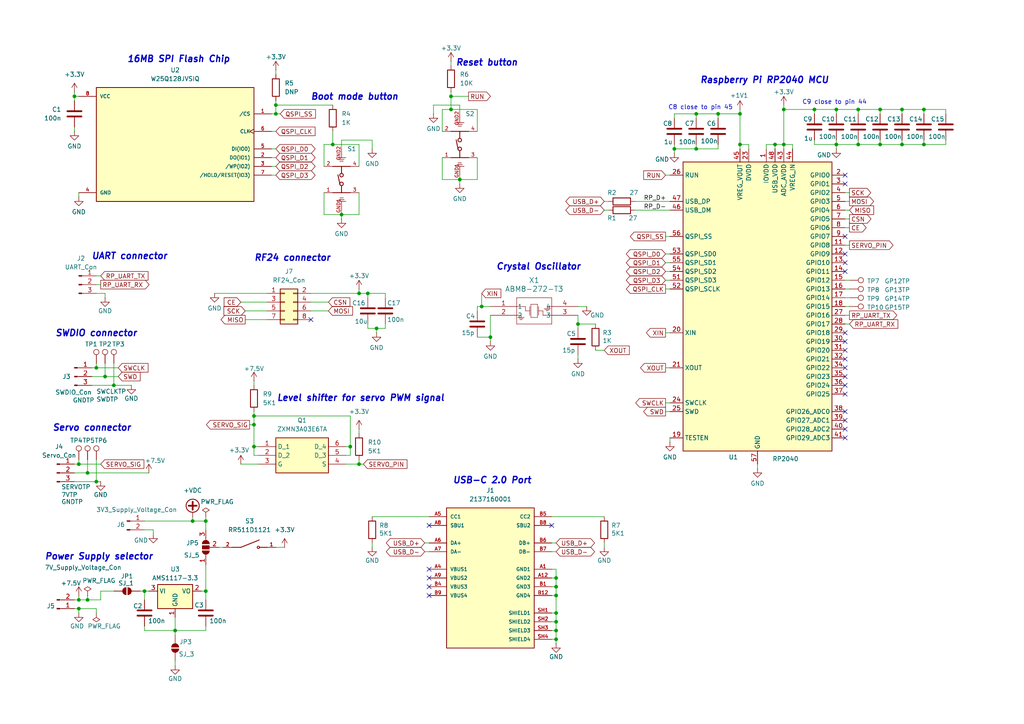
<source format=kicad_sch>
(kicad_sch (version 20231120) (generator "eeschema") (generator_version "8.0")
  (paper "A4")
  (title_block (title "SPROJ3G2 - Receiver Logic PCB") (date "2024-11-11") (rev "1.1") (company "SDU Sonderborg") (comment 1 "Author: Bence Toth"))
  (lib_symbols
    (symbol "Connector:Conn_01x02_Pin" (pin_names (offset 1.016) hide)
      (property "Reference" "J" (at 0 2.54 0))
      (property "Value" "Conn_01x02_Pin" (at 0 -5.08 0))
      (symbol "Conn_01x02_Pin_1_1"
        (pin passive line (at 5.08 0 180) (length 3.81) (name "Pin_1") (number "1"))
        (pin passive line (at 5.08 -2.54 180) (length 3.81) (name "Pin_2") (number "2"))
      )
    )
    (symbol "Connector:Conn_01x03_Pin" (pin_names (offset 1.016) hide)
      (property "Reference" "J" (at 0 5.08 0))
      (property "Value" "Conn_01x03_Pin" (at 0 -5.08 0))
      (symbol "Conn_01x03_Pin_1_1"
        (pin passive line (at 5.08 2.54 180) (length 3.81) (name "Pin_1") (number "1"))
        (pin passive line (at 5.08 0 180) (length 3.81) (name "Pin_2") (number "2"))
        (pin passive line (at 5.08 -2.54 180) (length 3.81) (name "Pin_3") (number "3"))
      )
    )
    (symbol "Connector:TestPoint" (pin_numbers hide) (pin_names (offset 0.762) hide)
      (property "Reference" "TP" (at 0 6.858 0))
      (property "Value" "TestPoint" (at 0 5.08 0))
      (symbol "TestPoint_1_1"
        (pin passive line (at 0 0 90) (length 2.54) (name "1") (number "1"))
      )
    )
    (symbol "Connector_Generic:Conn_02x04_Odd_Even" (pin_names (offset 1.016) hide)
      (property "Reference" "J" (at 1.27 5.08 0))
      (property "Value" "Conn_02x04_Odd_Even" (at 1.27 -7.62 0))
      (symbol "Conn_02x04_Odd_Even_1_1"
        (pin passive line (at -5.08 2.54 0) (length 3.81) (name "Pin_1") (number "1"))
        (pin passive line (at 7.62 2.54 180) (length 3.81) (name "Pin_2") (number "2"))
        (pin passive line (at -5.08 0 0) (length 3.81) (name "Pin_3") (number "3"))
        (pin passive line (at 7.62 0 180) (length 3.81) (name "Pin_4") (number "4"))
        (pin passive line (at -5.08 -2.54 0) (length 3.81) (name "Pin_5") (number "5"))
        (pin passive line (at 7.62 -2.54 180) (length 3.81) (name "Pin_6") (number "6"))
        (pin passive line (at -5.08 -5.08 0) (length 3.81) (name "Pin_7") (number "7"))
        (pin passive line (at 7.62 -5.08 180) (length 3.81) (name "Pin_8") (number "8"))
      )
    )
    (symbol "Crystal_12MHz:ABM8-272-T3" (pin_names (offset 0.254))
      (property "Reference" "X" (at 12.7 7.62 0))
      (property "Value" "ABM8-272-T3" (at 12.7 5.08 0))
      (symbol "ABM8-272-T3_0_1"
        (pin unspecified line (at 0 0 0) (length 7.62) (name "1") (number "1"))
        (pin unspecified line (at 0 -2.54 0) (length 7.62) (name "2") (number "2"))
        (pin unspecified line (at 25.4 -2.54 180) (length 7.62) (name "3") (number "3"))
        (pin unspecified line (at 25.4 0 180) (length 7.62) (name "4") (number "4"))
      )
    )
    (symbol "Device:C" (pin_numbers hide) (pin_names (offset 0.254))
      (property "Reference" "C" (at 0.635 2.54 0))
      (property "Value" "C" (at 0.635 -2.54 0))
      (symbol "C_1_1"
        (pin passive line (at 0 3.81 270) (length 2.794) (name "~") (number "1"))
        (pin passive line (at 0 -3.81 90) (length 2.794) (name "~") (number "2"))
      )
    )
    (symbol "Device:R" (pin_numbers hide) (pin_names (offset 0))
      (property "Reference" "R" (at 2.032 0 90))
      (property "Value" "R" (at 0 0 90))
      (symbol "R_1_1"
        (pin passive line (at 0 3.81 270) (length 1.27) (name "~") (number "1"))
        (pin passive line (at 0 -3.81 90) (length 1.27) (name "~") (number "2"))
      )
    )
    (symbol "Jumper:SolderJumper_2_Open" (pin_numbers hide) (pin_names (offset 0) hide) (exclude_from_sim yes) (in_bom no)
      (property "Reference" "JP" (at 0 2.032 0))
      (property "Value" "SolderJumper_2_Open" (at 0 -2.54 0))
      (symbol "SolderJumper_2_Open_1_1"
        (pin passive line (at -3.81 0 0) (length 2.54) (name "A") (number "1"))
        (pin passive line (at 3.81 0 180) (length 2.54) (name "B") (number "2"))
      )
    )
    (symbol "Jumper:SolderJumper_3_Open" (pin_names (offset 0) hide) (exclude_from_sim yes) (in_bom no)
      (property "Reference" "JP" (at -2.54 -2.54 0))
      (property "Value" "SolderJumper_3_Open" (at 0 2.794 0))
      (symbol "SolderJumper_3_Open_1_1"
        (pin passive line (at -5.08 0 0) (length 2.54) (name "A") (number "1"))
        (pin passive line (at 0 -3.81 90) (length 2.54) (name "C") (number "2"))
        (pin passive line (at 5.08 0 180) (length 2.54) (name "B") (number "3"))
      )
    )
    (symbol "MCU_RaspberryPi:RP2040"
      (property "Reference" "U" (at 17.78 45.72 0))
      (property "Value" "RP2040" (at 17.78 43.18 0))
      (symbol "RP2040_1_1"
        (pin power_in line (at 2.54 45.72 270) (length 3.81) (name "IOVDD") (number "1"))
        (pin passive line (at 2.54 45.72 270) (length 3.81) hide (name "IOVDD") (number "10"))
        (pin bidirectional line (at 25.4 17.78 180) (length 3.81) (name "GPIO8") (number "11"))
        (pin bidirectional line (at 25.4 15.24 180) (length 3.81) (name "GPIO9") (number "12"))
        (pin bidirectional line (at 25.4 12.7 180) (length 3.81) (name "GPIO10") (number "13"))
        (pin bidirectional line (at 25.4 10.16 180) (length 3.81) (name "GPIO11") (number "14"))
        (pin bidirectional line (at 25.4 7.62 180) (length 3.81) (name "GPIO12") (number "15"))
        (pin bidirectional line (at 25.4 5.08 180) (length 3.81) (name "GPIO13") (number "16"))
        (pin bidirectional line (at 25.4 2.54 180) (length 3.81) (name "GPIO14") (number "17"))
        (pin bidirectional line (at 25.4 0 180) (length 3.81) (name "GPIO15") (number "18"))
        (pin input line (at -25.4 -38.1 0) (length 3.81) (name "TESTEN") (number "19"))
        (pin bidirectional line (at 25.4 38.1 180) (length 3.81) (name "GPIO0") (number "2"))
        (pin input line (at -25.4 -7.62 0) (length 3.81) (name "XIN") (number "20"))
        (pin passive line (at -25.4 -17.78 0) (length 3.81) (name "XOUT") (number "21"))
        (pin passive line (at 2.54 45.72 270) (length 3.81) hide (name "IOVDD") (number "22"))
        (pin power_in line (at -2.54 45.72 270) (length 3.81) (name "DVDD") (number "23"))
        (pin input line (at -25.4 -27.94 0) (length 3.81) (name "SWCLK") (number "24"))
        (pin bidirectional line (at -25.4 -30.48 0) (length 3.81) (name "SWD") (number "25"))
        (pin input line (at -25.4 38.1 0) (length 3.81) (name "RUN") (number "26"))
        (pin bidirectional line (at 25.4 -2.54 180) (length 3.81) (name "GPIO16") (number "27"))
        (pin bidirectional line (at 25.4 -5.08 180) (length 3.81) (name "GPIO17") (number "28"))
        (pin bidirectional line (at 25.4 -7.62 180) (length 3.81) (name "GPIO18") (number "29"))
        (pin bidirectional line (at 25.4 35.56 180) (length 3.81) (name "GPIO1") (number "3"))
        (pin bidirectional line (at 25.4 -10.16 180) (length 3.81) (name "GPIO19") (number "30"))
        (pin bidirectional line (at 25.4 -12.7 180) (length 3.81) (name "GPIO20") (number "31"))
        (pin bidirectional line (at 25.4 -15.24 180) (length 3.81) (name "GPIO21") (number "32"))
        (pin passive line (at 2.54 45.72 270) (length 3.81) hide (name "IOVDD") (number "33"))
        (pin bidirectional line (at 25.4 -17.78 180) (length 3.81) (name "GPIO22") (number "34"))
        (pin bidirectional line (at 25.4 -20.32 180) (length 3.81) (name "GPIO23") (number "35"))
        (pin bidirectional line (at 25.4 -22.86 180) (length 3.81) (name "GPIO24") (number "36"))
        (pin bidirectional line (at 25.4 -25.4 180) (length 3.81) (name "GPIO25") (number "37"))
        (pin bidirectional line (at 25.4 -30.48 180) (length 3.81) (name "GPIO26_ADC0") (number "38"))
        (pin bidirectional line (at 25.4 -33.02 180) (length 3.81) (name "GPIO27_ADC1") (number "39"))
        (pin bidirectional line (at 25.4 33.02 180) (length 3.81) (name "GPIO2") (number "4"))
        (pin bidirectional line (at 25.4 -35.56 180) (length 3.81) (name "GPIO28_ADC2") (number "40"))
        (pin bidirectional line (at 25.4 -38.1 180) (length 3.81) (name "GPIO29_ADC3") (number "41"))
        (pin passive line (at 2.54 45.72 270) (length 3.81) hide (name "IOVDD") (number "42"))
        (pin power_in line (at 7.62 45.72 270) (length 3.81) (name "ADC_AVDD") (number "43"))
        (pin power_in line (at 10.16 45.72 270) (length 3.81) (name "VREG_IN") (number "44"))
        (pin power_out line (at -5.08 45.72 270) (length 3.81) (name "VREG_VOUT") (number "45"))
        (pin bidirectional line (at -25.4 27.94 0) (length 3.81) (name "USB_DM") (number "46"))
        (pin bidirectional line (at -25.4 30.48 0) (length 3.81) (name "USB_DP") (number "47"))
        (pin power_in line (at 5.08 45.72 270) (length 3.81) (name "USB_VDD") (number "48"))
        (pin passive line (at 2.54 45.72 270) (length 3.81) hide (name "IOVDD") (number "49"))
        (pin bidirectional line (at 25.4 30.48 180) (length 3.81) (name "GPIO3") (number "5"))
        (pin passive line (at -2.54 45.72 270) (length 3.81) hide (name "DVDD") (number "50"))
        (pin bidirectional line (at -25.4 7.62 0) (length 3.81) (name "QSPI_SD3") (number "51"))
        (pin output line (at -25.4 5.08 0) (length 3.81) (name "QSPI_SCLK") (number "52"))
        (pin bidirectional line (at -25.4 15.24 0) (length 3.81) (name "QSPI_SD0") (number "53"))
        (pin bidirectional line (at -25.4 10.16 0) (length 3.81) (name "QSPI_SD2") (number "54"))
        (pin bidirectional line (at -25.4 12.7 0) (length 3.81) (name "QSPI_SD1") (number "55"))
        (pin bidirectional line (at -25.4 20.32 0) (length 3.81) (name "QSPI_SS") (number "56"))
        (pin power_in line (at 0 -45.72 90) (length 3.81) (name "GND") (number "57"))
        (pin bidirectional line (at 25.4 27.94 180) (length 3.81) (name "GPIO4") (number "6"))
        (pin bidirectional line (at 25.4 25.4 180) (length 3.81) (name "GPIO5") (number "7"))
        (pin bidirectional line (at 25.4 22.86 180) (length 3.81) (name "GPIO6") (number "8"))
        (pin bidirectional line (at 25.4 20.32 180) (length 3.81) (name "GPIO7") (number "9"))
      )
    )
    (symbol "NMOS_ZXMN3A03E6TA:ZXMN3A03E6TA"
      (property "Reference" "Q" (at 21.59 7.62 0))
      (property "Value" "ZXMN3A03E6TA" (at 21.59 5.08 0))
      (symbol "ZXMN3A03E6TA_1_1"
        (pin passive line (at 0 0 0) (length 5.08) (name "D_1") (number "1"))
        (pin passive line (at 0 -2.54 0) (length 5.08) (name "D_2") (number "2"))
        (pin passive line (at 0 -5.08 0) (length 5.08) (name "G") (number "3"))
        (pin passive line (at 25.4 -5.08 180) (length 5.08) (name "S") (number "4"))
        (pin passive line (at 25.4 -2.54 180) (length 5.08) (name "D_3") (number "5"))
        (pin passive line (at 25.4 0 180) (length 5.08) (name "D_4") (number "6"))
      )
    )
    (symbol "Regulator_Linear:AMS1117-3.3"
      (property "Reference" "U" (at -3.81 3.175 0))
      (property "Value" "AMS1117-3.3" (at 0 3.175 0))
      (symbol "AMS1117-3.3_1_1"
        (pin power_in line (at 0 -7.62 90) (length 2.54) (name "GND") (number "1"))
        (pin power_out line (at 7.62 0 180) (length 2.54) (name "VO") (number "2"))
        (pin power_in line (at -7.62 0 0) (length 2.54) (name "VI") (number "3"))
      )
    )
    (symbol "SPI_Flash_W25Q128JVSIQ:W25Q128JVSIQ" (pin_names (offset 1.016))
      (property "Reference" "U" (at -22.86 16.002 0))
      (property "Value" "W25Q128JVSIQ" (at -22.86 -20.32 0))
      (symbol "W25Q128JVSIQ_0_0"
        (pin input line (at -27.94 7.62 0) (length 5.08) (name "/CS") (number "1"))
        (pin bidirectional line (at -27.94 -5.08 0) (length 5.08) (name "DO(IO1)") (number "2"))
        (pin bidirectional line (at -27.94 -7.62 0) (length 5.08) (name "/WP(IO2)") (number "3"))
        (pin power_in line (at 27.94 -15.24 180) (length 5.08) (name "GND") (number "4"))
        (pin bidirectional line (at -27.94 -2.54 0) (length 5.08) (name "DI(IO0)") (number "5"))
        (pin input clock (at -27.94 2.54 0) (length 5.08) (name "CLK") (number "6"))
        (pin bidirectional line (at -27.94 -10.16 0) (length 5.08) (name "/HOLD/RESET(IO3)") (number "7"))
        (pin power_in line (at 27.94 12.7 180) (length 5.08) (name "VCC") (number "8"))
      )
    )
    (symbol "Switch_431183015816:431183015816" (pin_names (offset 1.016))
      (property "Reference" "S" (at 5.08 1.778 0))
      (symbol "431183015816_0_0"
        (pin passive line (at -5.08 -2.54 0) (length 2.54) (name "~") (number "1"))
        (pin passive line (at -5.08 5.08 0) (length 2.54) (name "~") (number "2"))
        (pin passive line (at 5.08 -2.54 180) (length 2.54) (name "~") (number "3"))
        (pin passive line (at 5.08 5.08 180) (length 2.54) (name "~") (number "4"))
        (pin passive line (at 0 -7.62 90) (length 2.54) (name "~") (number "GND1"))
        (pin passive line (at 0 10.16 270) (length 2.54) (name "~") (number "GND2"))
      )
    )
    (symbol "Switch_RR511D1121:RR511D1121" (pin_names (offset 1.016))
      (property "Reference" "S" (at -2.54 2.54 0))
      (property "Value" "RR511D1121" (at -2.54 -2.54 0))
      (symbol "RR511D1121_0_0"
        (pin passive line (at 7.62 0 180) (length 2.54) (name "~") (number "1"))
        (pin passive line (at -7.62 0 0) (length 2.54) (name "~") (number "2"))
      )
    )
    (symbol "USB_C_Port_213716-0001:2137160001" (pin_names (offset 1.016))
      (property "Reference" "J" (at -12.7 20.9042 0))
      (property "Value" "2137160001" (at -12.7 -22.86 0))
      (symbol "2137160001_0_0"
        (pin power_in line (at 17.78 2.54 180) (length 5.08) (name "GND1") (number "A1"))
        (pin power_in line (at 17.78 0 180) (length 5.08) (name "GND2") (number "A12"))
        (pin power_in line (at -17.78 2.54 0) (length 5.08) (name "VBUS1") (number "A4"))
        (pin bidirectional line (at -17.78 17.78 0) (length 5.08) (name "CC1") (number "A5"))
        (pin bidirectional line (at -17.78 10.16 0) (length 5.08) (name "DA+") (number "A6"))
        (pin bidirectional line (at -17.78 7.62 0) (length 5.08) (name "DA-") (number "A7"))
        (pin bidirectional line (at -17.78 15.24 0) (length 5.08) (name "SBU1") (number "A8"))
        (pin power_in line (at -17.78 0 0) (length 5.08) (name "VBUS2") (number "A9"))
        (pin power_in line (at 17.78 -2.54 180) (length 5.08) (name "GND3") (number "B1"))
        (pin power_in line (at 17.78 -5.08 180) (length 5.08) (name "GND4") (number "B12"))
        (pin power_in line (at -17.78 -2.54 0) (length 5.08) (name "VBUS3") (number "B4"))
        (pin bidirectional line (at 17.78 17.78 180) (length 5.08) (name "CC2") (number "B5"))
        (pin bidirectional line (at 17.78 10.16 180) (length 5.08) (name "DB+") (number "B6"))
        (pin bidirectional line (at 17.78 7.62 180) (length 5.08) (name "DB-") (number "B7"))
        (pin bidirectional line (at 17.78 15.24 180) (length 5.08) (name "SBU2") (number "B8"))
        (pin power_in line (at -17.78 -5.08 0) (length 5.08) (name "VBUS4") (number "B9"))
        (pin passive line (at 17.78 -10.16 180) (length 5.08) (name "SHIELD1") (number "SH1"))
        (pin passive line (at 17.78 -12.7 180) (length 5.08) (name "SHIELD2") (number "SH2"))
        (pin passive line (at 17.78 -15.24 180) (length 5.08) (name "SHIELD3") (number "SH3"))
        (pin passive line (at 17.78 -17.78 180) (length 5.08) (name "SHIELD4") (number "SH4"))
      )
    )
    (symbol "power:+1V1" (power) (pin_numbers hide) (pin_names (offset 0) hide)
      (property "Value" "+1V1" (at 0 3.556 0))
      (symbol "+1V1_1_1"
        (pin power_in line (at 0 0 90) (length 0) (name "~") (number "1"))
      )
    )
    (symbol "power:+3.3V" (power) (pin_numbers hide) (pin_names (offset 0) hide)
      (property "Value" "+3.3V" (at 0 3.556 0))
      (symbol "+3.3V_1_1"
        (pin power_in line (at 0 0 90) (length 0) (name "~") (number "1"))
      )
    )
    (symbol "power:+7.5V" (power) (pin_numbers hide) (pin_names (offset 0) hide)
      (property "Value" "+7.5V" (at 0 3.556 0))
      (symbol "+7.5V_1_1"
        (pin power_in line (at 0 0 90) (length 0) (name "~") (number "1"))
      )
    )
    (symbol "power:+VDC" (power) (pin_numbers hide) (pin_names (offset 0) hide)
      (property "Value" "+VDC" (at 0 6.35 0))
      (symbol "+VDC_1_1"
        (pin power_in line (at 0 0 90) (length 0) (name "~") (number "1"))
      )
    )
    (symbol "power:GND" (power) (pin_numbers hide) (pin_names (offset 0) hide)
      (property "Value" "GND" (at 0 -3.81 0))
      (symbol "GND_1_1"
        (pin power_in line (at 0 0 270) (length 0) (name "~") (number "1"))
      )
    )
    (symbol "power:PWR_FLAG" (power) (pin_numbers hide) (pin_names (offset 0) hide)
      (property "Value" "PWR_FLAG" (at 0 3.81 0))
      (symbol "PWR_FLAG_0_0"
        (pin power_out line (at 0 0 90) (length 0) (name "~") (number "1"))
      )
    )
  )
  (junction (at 195.58 43.18))
  (junction (at 73.66 120.65))
  (junction (at 101.6 129.54))
  (junction (at 214.63 33.02))
  (junction (at 50.8 182.88))
  (junction (at 41.91 171.45))
  (junction (at 161.29 185.42))
  (junction (at 161.29 172.72))
  (junction (at 59.69 151.13))
  (junction (at 133.35 52.07))
  (junction (at 30.48 109.22))
  (junction (at 73.66 129.54))
  (junction (at 22.86 176.53))
  (junction (at 161.29 167.64))
  (junction (at 248.92 41.91))
  (junction (at 55.88 151.13))
  (junction (at 73.66 123.19))
  (junction (at 255.27 41.91))
  (junction (at 27.94 106.68))
  (junction (at 161.29 182.88))
  (junction (at 236.22 31.75))
  (junction (at 227.33 31.75))
  (junction (at 267.97 41.91))
  (junction (at 33.02 111.76))
  (junction (at 22.86 134.62))
  (junction (at 25.4 173.99))
  (junction (at 27.94 139.7))
  (junction (at 214.63 41.91))
  (junction (at 104.14 134.62))
  (junction (at 99.06 62.23))
  (junction (at 255.27 31.75))
  (junction (at 109.22 95.25))
  (junction (at 161.29 177.8))
  (junction (at 227.33 41.91))
  (junction (at 22.86 173.99))
  (junction (at 161.29 180.34))
  (junction (at 208.28 33.02))
  (junction (at 106.68 85.09))
  (junction (at 25.4 137.16))
  (junction (at 261.62 31.75))
  (junction (at 261.62 41.91))
  (junction (at 201.93 33.02))
  (junction (at 21.59 27.94))
  (junction (at 167.64 93.98))
  (junction (at 139.7 88.9))
  (junction (at 130.81 31.75))
  (junction (at 248.92 31.75))
  (junction (at 104.14 85.09))
  (junction (at 130.81 27.94))
  (junction (at 80.01 33.02))
  (junction (at 267.97 31.75))
  (junction (at 161.29 170.18))
  (junction (at 142.24 97.79))
  (junction (at 224.79 41.91))
  (junction (at 59.69 171.45))
  (junction (at 242.57 41.91))
  (junction (at 242.57 31.75))
  (junction (at 80.01 30.48))
  (junction (at 201.93 43.18))
  (junction (at 96.52 41.91))
  (no_connect (at 245.11 114.3))
  (no_connect (at 245.11 111.76))
  (no_connect (at 245.11 76.2))
  (no_connect (at 160.02 152.4))
  (no_connect (at 90.17 92.71))
  (no_connect (at 245.11 104.14))
  (no_connect (at 245.11 68.58))
  (no_connect (at 245.11 109.22))
  (no_connect (at 245.11 50.8))
  (no_connect (at 245.11 119.38))
  (no_connect (at 245.11 121.92))
  (no_connect (at 124.46 165.1))
  (no_connect (at 245.11 78.74))
  (no_connect (at 245.11 101.6))
  (no_connect (at 245.11 99.06))
  (no_connect (at 245.11 73.66))
  (no_connect (at 124.46 170.18))
  (no_connect (at 245.11 106.68))
  (no_connect (at 124.46 167.64))
  (no_connect (at 245.11 127))
  (no_connect (at 124.46 152.4))
  (no_connect (at 245.11 53.34))
  (no_connect (at 245.11 96.52))
  (no_connect (at 245.11 124.46))
  (no_connect (at 124.46 172.72))
  (wire (pts (xy 73.66 110.49) (xy 73.66 111.76)))
  (wire (pts (xy 167.64 88.9) (xy 170.18 88.9)))
  (wire (pts (xy 193.04 68.58) (xy 194.31 68.58)))
  (wire (pts (xy 245.11 55.88) (xy 246.38 55.88)))
  (wire (pts (xy 130.81 26.67) (xy 130.81 27.94)))
  (wire (pts (xy 201.93 33.02) (xy 208.28 33.02)))
  (wire (pts (xy 201.93 41.91) (xy 201.93 43.18)))
  (wire (pts (xy 33.02 105.41) (xy 33.02 111.76)))
  (wire (pts (xy 248.92 31.75) (xy 248.92 33.02)))
  (wire (pts (xy 193.04 73.66) (xy 194.31 73.66)))
  (wire (pts (xy 267.97 31.75) (xy 267.97 33.02)))
  (wire (pts (xy 130.81 27.94) (xy 130.81 31.75)))
  (wire (pts (xy 138.43 38.1) (xy 138.43 31.75)))
  (wire (pts (xy 130.81 31.75) (xy 128.27 31.75)))
  (wire (pts (xy 160.02 185.42) (xy 161.29 185.42)))
  (wire (pts (xy 175.26 58.42) (xy 176.53 58.42)))
  (wire (pts (xy 255.27 40.64) (xy 255.27 41.91)))
  (wire (pts (xy 167.64 93.98) (xy 172.72 93.98)))
  (wire (pts (xy 73.66 120.65) (xy 101.6 120.65)))
  (wire (pts (xy 27.94 106.68) (xy 34.29 106.68)))
  (wire (pts (xy 99.06 62.23) (xy 99.06 63.5)))
  (wire (pts (xy 142.24 88.9) (xy 139.7 88.9)))
  (wire (pts (xy 106.68 85.09) (xy 111.76 85.09)))
  (wire (pts (xy 93.98 55.88) (xy 93.98 62.23)))
  (wire (pts (xy 43.18 171.45) (xy 41.91 171.45)))
  (wire (pts (xy 78.74 50.8) (xy 80.01 50.8)))
  (wire (pts (xy 100.33 132.08) (xy 101.6 132.08)))
  (wire (pts (xy 242.57 31.75) (xy 248.92 31.75)))
  (wire (pts (xy 261.62 41.91) (xy 267.97 41.91)))
  (wire (pts (xy 59.69 153.67) (xy 59.69 151.13)))
  (wire (pts (xy 21.59 137.16) (xy 25.4 137.16)))
  (wire (pts (xy 27.94 85.09) (xy 30.48 85.09)))
  (wire (pts (xy 101.6 120.65) (xy 101.6 129.54)))
  (wire (pts (xy 261.62 31.75) (xy 267.97 31.75)))
  (wire (pts (xy 255.27 31.75) (xy 261.62 31.75)))
  (wire (pts (xy 26.67 106.68) (xy 27.94 106.68)))
  (wire (pts (xy 62.23 85.09) (xy 77.47 85.09)))
  (wire (pts (xy 22.86 176.53) (xy 22.86 177.8)))
  (wire (pts (xy 245.11 81.28) (xy 246.38 81.28)))
  (wire (pts (xy 80.01 30.48) (xy 80.01 33.02)))
  (wire (pts (xy 104.14 133.35) (xy 104.14 134.62)))
  (wire (pts (xy 73.66 132.08) (xy 73.66 129.54)))
  (wire (pts (xy 161.29 185.42) (xy 161.29 186.69)))
  (wire (pts (xy 21.59 36.83) (xy 21.59 38.1)))
  (wire (pts (xy 195.58 43.18) (xy 195.58 44.45)))
  (wire (pts (xy 25.4 173.99) (xy 29.21 173.99)))
  (wire (pts (xy 27.94 105.41) (xy 27.94 106.68)))
  (wire (pts (xy 193.04 78.74) (xy 194.31 78.74)))
  (wire (pts (xy 96.52 41.91) (xy 93.98 41.91)))
  (wire (pts (xy 224.79 41.91) (xy 224.79 43.18)))
  (wire (pts (xy 214.63 41.91) (xy 217.17 41.91)))
  (wire (pts (xy 193.04 81.28) (xy 194.31 81.28)))
  (wire (pts (xy 160.02 149.86) (xy 175.26 149.86)))
  (wire (pts (xy 193.04 50.8) (xy 194.31 50.8)))
  (wire (pts (xy 245.11 71.12) (xy 246.38 71.12)))
  (wire (pts (xy 33.02 171.45) (xy 29.21 171.45)))
  (wire (pts (xy 160.02 157.48) (xy 161.29 157.48)))
  (wire (pts (xy 128.27 52.07) (xy 133.35 52.07)))
  (wire (pts (xy 160.02 170.18) (xy 161.29 170.18)))
  (wire (pts (xy 80.01 33.02) (xy 81.28 33.02)))
  (wire (pts (xy 71.12 92.71) (xy 77.47 92.71)))
  (wire (pts (xy 111.76 93.98) (xy 111.76 95.25)))
  (wire (pts (xy 255.27 31.75) (xy 255.27 33.02)))
  (wire (pts (xy 138.43 97.79) (xy 142.24 97.79)))
  (wire (pts (xy 193.04 83.82) (xy 194.31 83.82)))
  (wire (pts (xy 194.31 127) (xy 194.31 128.27)))
  (wire (pts (xy 25.4 172.72) (xy 25.4 173.99)))
  (wire (pts (xy 161.29 172.72) (xy 161.29 177.8)))
  (wire (pts (xy 59.69 181.61) (xy 59.69 182.88)))
  (wire (pts (xy 217.17 43.18) (xy 217.17 41.91)))
  (wire (pts (xy 160.02 172.72) (xy 161.29 172.72)))
  (wire (pts (xy 41.91 171.45) (xy 41.91 173.99)))
  (wire (pts (xy 21.59 139.7) (xy 27.94 139.7)))
  (wire (pts (xy 21.59 134.62) (xy 22.86 134.62)))
  (wire (pts (xy 90.17 90.17) (xy 95.25 90.17)))
  (wire (pts (xy 78.74 48.26) (xy 80.01 48.26)))
  (wire (pts (xy 107.95 157.48) (xy 107.95 158.75)))
  (wire (pts (xy 78.74 33.02) (xy 80.01 33.02)))
  (wire (pts (xy 59.69 149.86) (xy 59.69 151.13)))
  (wire (pts (xy 175.26 60.96) (xy 176.53 60.96)))
  (wire (pts (xy 274.32 31.75) (xy 274.32 33.02)))
  (wire (pts (xy 78.74 43.18) (xy 80.01 43.18)))
  (wire (pts (xy 80.01 29.21) (xy 80.01 30.48)))
  (wire (pts (xy 73.66 129.54) (xy 74.93 129.54)))
  (wire (pts (xy 242.57 41.91) (xy 248.92 41.91)))
  (wire (pts (xy 214.63 31.75) (xy 214.63 33.02)))
  (wire (pts (xy 55.88 149.86) (xy 55.88 151.13)))
  (wire (pts (xy 172.72 101.6) (xy 175.26 101.6)))
  (wire (pts (xy 104.14 85.09) (xy 106.68 85.09)))
  (wire (pts (xy 175.26 157.48) (xy 175.26 158.75)))
  (wire (pts (xy 123.19 157.48) (xy 124.46 157.48)))
  (wire (pts (xy 27.94 82.55) (xy 29.21 82.55)))
  (wire (pts (xy 100.33 129.54) (xy 101.6 129.54)))
  (wire (pts (xy 104.14 41.91) (xy 96.52 41.91)))
  (wire (pts (xy 274.32 40.64) (xy 274.32 41.91)))
  (wire (pts (xy 109.22 95.25) (xy 111.76 95.25)))
  (wire (pts (xy 22.86 55.88) (xy 22.86 57.15)))
  (wire (pts (xy 245.11 88.9) (xy 246.38 88.9)))
  (wire (pts (xy 107.95 149.86) (xy 124.46 149.86)))
  (wire (pts (xy 236.22 33.02) (xy 236.22 31.75)))
  (wire (pts (xy 245.11 58.42) (xy 246.38 58.42)))
  (wire (pts (xy 21.59 27.94) (xy 21.59 29.21)))
  (wire (pts (xy 107.95 43.18) (xy 107.95 40.64)))
  (wire (pts (xy 255.27 41.91) (xy 261.62 41.91)))
  (wire (pts (xy 100.33 134.62) (xy 104.14 134.62)))
  (wire (pts (xy 242.57 31.75) (xy 242.57 33.02)))
  (wire (pts (xy 22.86 172.72) (xy 22.86 173.99)))
  (wire (pts (xy 29.21 171.45) (xy 29.21 173.99)))
  (wire (pts (xy 222.25 41.91) (xy 224.79 41.91)))
  (wire (pts (xy 125.73 30.48) (xy 125.73 33.02)))
  (wire (pts (xy 236.22 40.64) (xy 236.22 41.91)))
  (wire (pts (xy 208.28 33.02) (xy 208.28 34.29)))
  (wire (pts (xy 27.94 80.01) (xy 29.21 80.01)))
  (wire (pts (xy 104.14 48.26) (xy 104.14 41.91)))
  (wire (pts (xy 58.42 171.45) (xy 59.69 171.45)))
  (wire (pts (xy 30.48 86.36) (xy 30.48 85.09)))
  (wire (pts (xy 90.17 85.09) (xy 104.14 85.09)))
  (wire (pts (xy 41.91 153.67) (xy 44.45 153.67)))
  (wire (pts (xy 161.29 177.8) (xy 161.29 180.34)))
  (wire (pts (xy 161.29 167.64) (xy 161.29 170.18)))
  (wire (pts (xy 63.5 158.75) (xy 64.77 158.75)))
  (wire (pts (xy 193.04 116.84) (xy 194.31 116.84)))
  (wire (pts (xy 26.67 111.76) (xy 33.02 111.76)))
  (wire (pts (xy 138.43 45.72) (xy 138.43 52.07)))
  (wire (pts (xy 227.33 30.48) (xy 227.33 31.75)))
  (wire (pts (xy 101.6 132.08) (xy 101.6 129.54)))
  (wire (pts (xy 133.35 52.07) (xy 133.35 53.34)))
  (wire (pts (xy 106.68 95.25) (xy 109.22 95.25)))
  (wire (pts (xy 41.91 182.88) (xy 50.8 182.88)))
  (wire (pts (xy 59.69 171.45) (xy 59.69 173.99)))
  (wire (pts (xy 236.22 41.91) (xy 242.57 41.91)))
  (wire (pts (xy 138.43 31.75) (xy 130.81 31.75)))
  (wire (pts (xy 96.52 38.1) (xy 96.52 41.91)))
  (wire (pts (xy 80.01 20.32) (xy 80.01 21.59)))
  (wire (pts (xy 193.04 96.52) (xy 194.31 96.52)))
  (wire (pts (xy 267.97 31.75) (xy 274.32 31.75)))
  (wire (pts (xy 106.68 93.98) (xy 106.68 95.25)))
  (wire (pts (xy 73.66 123.19) (xy 73.66 120.65)))
  (wire (pts (xy 161.29 170.18) (xy 161.29 172.72)))
  (wire (pts (xy 214.63 41.91) (xy 214.63 43.18)))
  (wire (pts (xy 195.58 41.91) (xy 195.58 43.18)))
  (wire (pts (xy 195.58 33.02) (xy 201.93 33.02)))
  (wire (pts (xy 30.48 109.22) (xy 34.29 109.22)))
  (wire (pts (xy 27.94 176.53) (xy 27.94 177.8)))
  (wire (pts (xy 22.86 133.35) (xy 22.86 134.62)))
  (wire (pts (xy 248.92 41.91) (xy 255.27 41.91)))
  (wire (pts (xy 80.01 30.48) (xy 96.52 30.48)))
  (wire (pts (xy 99.06 62.23) (xy 104.14 62.23)))
  (wire (pts (xy 27.94 133.35) (xy 27.94 139.7)))
  (wire (pts (xy 184.15 58.42) (xy 194.31 58.42)))
  (wire (pts (xy 99.06 40.64) (xy 99.06 43.18)))
  (wire (pts (xy 26.67 109.22) (xy 30.48 109.22)))
  (wire (pts (xy 242.57 41.91) (xy 242.57 43.18)))
  (wire (pts (xy 90.17 87.63) (xy 95.25 87.63)))
  (wire (pts (xy 106.68 85.09) (xy 106.68 86.36)))
  (wire (pts (xy 267.97 41.91) (xy 274.32 41.91)))
  (wire (pts (xy 222.25 43.18) (xy 222.25 41.91)))
  (wire (pts (xy 167.64 102.87) (xy 167.64 104.14)))
  (wire (pts (xy 104.14 83.82) (xy 104.14 85.09)))
  (wire (pts (xy 93.98 62.23) (xy 99.06 62.23)))
  (wire (pts (xy 78.74 45.72) (xy 80.01 45.72)))
  (wire (pts (xy 41.91 151.13) (xy 55.88 151.13)))
  (wire (pts (xy 50.8 182.88) (xy 50.8 184.15)))
  (wire (pts (xy 109.22 95.25) (xy 109.22 96.52)))
  (wire (pts (xy 111.76 86.36) (xy 111.76 85.09)))
  (wire (pts (xy 160.02 167.64) (xy 161.29 167.64)))
  (wire (pts (xy 133.35 52.07) (xy 138.43 52.07)))
  (wire (pts (xy 184.15 60.96) (xy 194.31 60.96)))
  (wire (pts (xy 167.64 93.98) (xy 167.64 95.25)))
  (wire (pts (xy 41.91 181.61) (xy 41.91 182.88)))
  (wire (pts (xy 195.58 34.29) (xy 195.58 33.02)))
  (wire (pts (xy 193.04 76.2) (xy 194.31 76.2)))
  (wire (pts (xy 133.35 33.02) (xy 133.35 30.48)))
  (wire (pts (xy 123.19 160.02) (xy 124.46 160.02)))
  (wire (pts (xy 193.04 106.68) (xy 194.31 106.68)))
  (wire (pts (xy 227.33 31.75) (xy 236.22 31.75)))
  (wire (pts (xy 227.33 31.75) (xy 227.33 41.91)))
  (wire (pts (xy 245.11 91.44) (xy 246.38 91.44)))
  (wire (pts (xy 130.81 17.78) (xy 130.81 19.05)))
  (wire (pts (xy 72.39 123.19) (xy 73.66 123.19)))
  (wire (pts (xy 248.92 40.64) (xy 248.92 41.91)))
  (wire (pts (xy 167.64 91.44) (xy 167.64 93.98)))
  (wire (pts (xy 224.79 41.91) (xy 227.33 41.91)))
  (wire (pts (xy 229.87 41.91) (xy 229.87 43.18)))
  (wire (pts (xy 80.01 158.75) (xy 82.55 158.75)))
  (wire (pts (xy 133.35 50.8) (xy 133.35 52.07)))
  (wire (pts (xy 104.14 124.46) (xy 104.14 125.73)))
  (wire (pts (xy 139.7 88.9) (xy 138.43 88.9)))
  (wire (pts (xy 245.11 66.04) (xy 246.38 66.04)))
  (wire (pts (xy 21.59 176.53) (xy 22.86 176.53)))
  (wire (pts (xy 245.11 83.82) (xy 246.38 83.82)))
  (wire (pts (xy 245.11 60.96) (xy 246.38 60.96)))
  (wire (pts (xy 139.7 85.09) (xy 139.7 88.9)))
  (wire (pts (xy 55.88 151.13) (xy 59.69 151.13)))
  (wire (pts (xy 133.35 30.48) (xy 125.73 30.48)))
  (wire (pts (xy 219.71 134.62) (xy 219.71 135.89)))
  (wire (pts (xy 160.02 182.88) (xy 161.29 182.88)))
  (wire (pts (xy 236.22 31.75) (xy 242.57 31.75)))
  (wire (pts (xy 74.93 132.08) (xy 73.66 132.08)))
  (wire (pts (xy 161.29 182.88) (xy 161.29 185.42)))
  (wire (pts (xy 69.85 134.62) (xy 74.93 134.62)))
  (wire (pts (xy 208.28 33.02) (xy 214.63 33.02)))
  (wire (pts (xy 201.93 43.18) (xy 208.28 43.18)))
  (wire (pts (xy 160.02 165.1) (xy 161.29 165.1)))
  (wire (pts (xy 245.11 93.98) (xy 246.38 93.98)))
  (wire (pts (xy 25.4 137.16) (xy 43.18 137.16)))
  (wire (pts (xy 22.86 27.94) (xy 21.59 27.94)))
  (wire (pts (xy 245.11 63.5) (xy 246.38 63.5)))
  (wire (pts (xy 160.02 177.8) (xy 161.29 177.8)))
  (wire (pts (xy 71.12 90.17) (xy 77.47 90.17)))
  (wire (pts (xy 50.8 179.07) (xy 50.8 182.88)))
  (wire (pts (xy 160.02 160.02) (xy 161.29 160.02)))
  (wire (pts (xy 242.57 40.64) (xy 242.57 41.91)))
  (wire (pts (xy 93.98 41.91) (xy 93.98 48.26)))
  (wire (pts (xy 99.06 60.96) (xy 99.06 62.23)))
  (wire (pts (xy 21.59 26.67) (xy 21.59 27.94)))
  (wire (pts (xy 69.85 87.63) (xy 77.47 87.63)))
  (wire (pts (xy 142.24 91.44) (xy 142.24 97.79)))
  (wire (pts (xy 261.62 40.64) (xy 261.62 41.91)))
  (wire (pts (xy 21.59 173.99) (xy 22.86 173.99)))
  (wire (pts (xy 104.14 134.62) (xy 105.41 134.62)))
  (wire (pts (xy 128.27 45.72) (xy 128.27 52.07)))
  (wire (pts (xy 104.14 55.88) (xy 104.14 62.23)))
  (wire (pts (xy 248.92 31.75) (xy 255.27 31.75)))
  (wire (pts (xy 22.86 176.53) (xy 27.94 176.53)))
  (wire (pts (xy 193.04 119.38) (xy 194.31 119.38)))
  (wire (pts (xy 73.66 129.54) (xy 73.66 123.19)))
  (wire (pts (xy 22.86 173.99) (xy 25.4 173.99)))
  (wire (pts (xy 59.69 163.83) (xy 59.69 171.45)))
  (wire (pts (xy 30.48 105.41) (xy 30.48 109.22)))
  (wire (pts (xy 160.02 180.34) (xy 161.29 180.34)))
  (wire (pts (xy 25.4 133.35) (xy 25.4 137.16)))
  (wire (pts (xy 214.63 33.02) (xy 214.63 41.91)))
  (wire (pts (xy 245.11 86.36) (xy 246.38 86.36)))
  (wire (pts (xy 33.02 111.76) (xy 38.1 111.76)))
  (wire (pts (xy 195.58 43.18) (xy 201.93 43.18)))
  (wire (pts (xy 27.94 139.7) (xy 29.21 139.7)))
  (wire (pts (xy 128.27 31.75) (xy 128.27 38.1)))
  (wire (pts (xy 135.89 27.94) (xy 130.81 27.94)))
  (wire (pts (xy 107.95 40.64) (xy 99.06 40.64)))
  (wire (pts (xy 267.97 40.64) (xy 267.97 41.91)))
  (wire (pts (xy 161.29 180.34) (xy 161.29 182.88)))
  (wire (pts (xy 161.29 165.1) (xy 161.29 167.64)))
  (wire (pts (xy 201.93 33.02) (xy 201.93 34.29)))
  (wire (pts (xy 22.86 134.62) (xy 29.21 134.62)))
  (wire (pts (xy 227.33 41.91) (xy 227.33 43.18)))
  (wire (pts (xy 73.66 119.38) (xy 73.66 120.65)))
  (wire (pts (xy 208.28 41.91) (xy 208.28 43.18)))
  (wire (pts (xy 44.45 153.67) (xy 44.45 154.94)))
  (wire (pts (xy 78.74 38.1) (xy 80.01 38.1)))
  (wire (pts (xy 138.43 88.9) (xy 138.43 90.17)))
  (wire (pts (xy 227.33 41.91) (xy 229.87 41.91)))
  (wire (pts (xy 50.8 191.77) (xy 50.8 193.04)))
  (wire (pts (xy 40.64 171.45) (xy 41.91 171.45)))
  (wire (pts (xy 261.62 31.75) (xy 261.62 33.02)))
  (wire (pts (xy 142.24 97.79) (xy 142.24 99.06)))
  (wire (pts (xy 50.8 182.88) (xy 59.69 182.88)))
  (text "Boot mode button" (at 102.87 28.194 0) (effects (font (size 1.84 1.84) (thickness 0.368) (bold yes) (italic yes))))
  (text "Level shifter for servo PWM signal" (at 104.648 115.57 0) (effects (font (size 1.84 1.84) (thickness 0.368) (bold yes) (italic yes))))
  (text "C8 close to pin 45" (at 203.2 31.242 0) (effects (font (size 1.27 1.27) (thickness 0.1588))))
  (text "USB-C 2.0 Port" (at 142.748 139.446 0) (effects (font (size 1.84 1.84) (thickness 0.368) (bold yes) (italic yes))))
  (text "SWDIO connector" (at 27.94 96.774 0) (effects (font (size 1.84 1.84) (thickness 0.368) (bold yes) (italic yes))))
  (text "Raspberry Pi RP2040 MCU" (at 221.742 23.368 0) (effects (font (size 1.84 1.84) (thickness 0.368) (bold yes) (italic yes))))
  (text "RF24 connector" (at 84.836 74.93 0) (effects (font (size 1.84 1.84) (thickness 0.368) (bold yes) (italic yes))))
  (text "16MB SPI Flash Chip" (at 51.816 17.272 0) (effects (font (size 1.84 1.84) (thickness 0.368) (bold yes) (italic yes))))
  (text "Reset button" (at 141.224 18.288 0) (effects (font (size 1.84 1.84) (thickness 0.368) (bold yes) (italic yes))))
  (text "C9 close to pin 44" (at 242.062 29.718 0) (effects (font (size 1.27 1.27) (thickness 0.1588))))
  (text "Power Supply selector" (at 28.702 161.544 0) (effects (font (size 1.84 1.84) (thickness 0.368) (bold yes) (italic yes))))
  (text "Servo connector" (at 26.67 124.206 0) (effects (font (size 1.84 1.84) (thickness 0.368) (bold yes) (italic yes))))
  (text "Crystal Oscillator" (at 156.21 77.47 0) (effects (font (size 1.84 1.84) (thickness 0.368) (bold yes) (italic yes))))
  (text "UART connector" (at 37.592 74.422 0) (effects (font (size 1.84 1.84) (thickness 0.368) (bold yes) (italic yes))))
  (label "RP_D-" (at 186.69 60.96 0))
  (label "RP_D+" (at 186.69 58.42 0))
  (global_label "RP_UART_TX" (shape input) (at 29.21 80.01 0) (property "Intersheetrefs" "${INTERSHEET_REFS}" (effects (hide yes))))
  (global_label "USB_D-" (shape bidirectional) (at 123.19 160.02 180) (property "Intersheetrefs" "${INTERSHEET_REFS}" (effects (hide yes))))
  (global_label "USB_D+" (shape bidirectional) (at 161.29 157.48 0) (property "Intersheetrefs" "${INTERSHEET_REFS}" (effects (hide yes))))
  (global_label "CE" (shape input) (at 69.85 87.63 180) (effects (font (thickness 0.1588))) (property "Intersheetrefs" "${INTERSHEET_REFS}" (effects (hide yes))))
  (global_label "USB_D-" (shape bidirectional) (at 161.29 160.02 0) (property "Intersheetrefs" "${INTERSHEET_REFS}" (effects (hide yes))))
  (global_label "CSN" (shape output) (at 246.38 63.5 0) (property "Intersheetrefs" "${INTERSHEET_REFS}" (effects (hide yes))))
  (global_label "RP_UART_RX" (shape input) (at 246.38 93.98 0) (property "Intersheetrefs" "${INTERSHEET_REFS}" (effects (hide yes))))
  (global_label "XOUT" (shape output) (at 193.04 106.68 180) (property "Intersheetrefs" "${INTERSHEET_REFS}" (effects (hide yes))))
  (global_label "SWD" (shape input) (at 34.29 109.22 0) (property "Intersheetrefs" "${INTERSHEET_REFS}" (effects (hide yes))))
  (global_label "SCK" (shape output) (at 246.38 55.88 0) (effects (font (thickness 0.1588))) (property "Intersheetrefs" "${INTERSHEET_REFS}" (effects (hide yes))))
  (global_label "CSN" (shape input) (at 95.25 87.63 0) (property "Intersheetrefs" "${INTERSHEET_REFS}" (effects (hide yes))))
  (global_label "XIN" (shape output) (at 193.04 96.52 180) (property "Intersheetrefs" "${INTERSHEET_REFS}" (effects (hide yes))))
  (global_label "QSPI_D0" (shape bidirectional) (at 193.04 73.66 180) (property "Intersheetrefs" "${INTERSHEET_REFS}" (effects (hide yes))))
  (global_label "SWD" (shape output) (at 193.04 119.38 180) (property "Intersheetrefs" "${INTERSHEET_REFS}" (effects (hide yes))))
  (global_label "XOUT" (shape input) (at 175.26 101.6 0) (property "Intersheetrefs" "${INTERSHEET_REFS}" (effects (hide yes))))
  (global_label "USB_D-" (shape bidirectional) (at 175.26 60.96 180) (property "Intersheetrefs" "${INTERSHEET_REFS}" (effects (hide yes))))
  (global_label "MOSI" (shape input) (at 95.25 90.17 0) (property "Intersheetrefs" "${INTERSHEET_REFS}" (effects (hide yes))))
  (global_label "QSPI_D1" (shape bidirectional) (at 80.01 45.72 0) (property "Intersheetrefs" "${INTERSHEET_REFS}" (effects (hide yes))))
  (global_label "RUN" (shape output) (at 135.89 27.94 0) (property "Intersheetrefs" "${INTERSHEET_REFS}" (effects (hide yes))))
  (global_label "SWCLK" (shape input) (at 34.29 106.68 0) (property "Intersheetrefs" "${INTERSHEET_REFS}" (effects (hide yes))))
  (global_label "QSPI_D3" (shape bidirectional) (at 80.01 50.8 0) (property "Intersheetrefs" "${INTERSHEET_REFS}" (effects (hide yes))))
  (global_label "SCK" (shape input) (at 71.12 90.17 180) (effects (font (thickness 0.1588))) (property "Intersheetrefs" "${INTERSHEET_REFS}" (effects (hide yes))))
  (global_label "QSPI_D2" (shape bidirectional) (at 80.01 48.26 0) (property "Intersheetrefs" "${INTERSHEET_REFS}" (effects (hide yes))))
  (global_label "QSPI_D1" (shape bidirectional) (at 193.04 76.2 180) (property "Intersheetrefs" "${INTERSHEET_REFS}" (effects (hide yes))))
  (global_label "SERVO_PIN" (shape input) (at 105.41 134.62 0) (property "Intersheetrefs" "${INTERSHEET_REFS}" (effects (hide yes))))
  (global_label "QSPI_D3" (shape bidirectional) (at 193.04 81.28 180) (property "Intersheetrefs" "${INTERSHEET_REFS}" (effects (hide yes))))
  (global_label "USB_D+" (shape bidirectional) (at 123.19 157.48 180) (property "Intersheetrefs" "${INTERSHEET_REFS}" (effects (hide yes))))
  (global_label "RP_UART_RX" (shape output) (at 29.21 82.55 0) (property "Intersheetrefs" "${INTERSHEET_REFS}" (effects (hide yes))))
  (global_label "MISO" (shape output) (at 71.12 92.71 180) (property "Intersheetrefs" "${INTERSHEET_REFS}" (effects (hide yes))))
  (global_label "SERVO_SIG" (shape output) (at 72.39 123.19 180) (property "Intersheetrefs" "${INTERSHEET_REFS}" (effects (hide yes))))
  (global_label "RP_UART_TX" (shape output) (at 246.38 91.44 0) (property "Intersheetrefs" "${INTERSHEET_REFS}" (effects (hide yes))))
  (global_label "XIN" (shape input) (at 139.7 85.09 0) (property "Intersheetrefs" "${INTERSHEET_REFS}" (effects (hide yes))))
  (global_label "SWCLK" (shape output) (at 193.04 116.84 180) (property "Intersheetrefs" "${INTERSHEET_REFS}" (effects (hide yes))))
  (global_label "USB_D+" (shape bidirectional) (at 175.26 58.42 180) (property "Intersheetrefs" "${INTERSHEET_REFS}" (effects (hide yes))))
  (global_label "SERVO_PIN" (shape output) (at 246.38 71.12 0) (property "Intersheetrefs" "${INTERSHEET_REFS}" (effects (hide yes))))
  (global_label "QSPI_D2" (shape bidirectional) (at 193.04 78.74 180) (property "Intersheetrefs" "${INTERSHEET_REFS}" (effects (hide yes))))
  (global_label "QSPI_SS" (shape input) (at 81.28 33.02 0) (property "Intersheetrefs" "${INTERSHEET_REFS}" (effects (hide yes))))
  (global_label "QSPI_SS" (shape output) (at 193.04 68.58 180) (property "Intersheetrefs" "${INTERSHEET_REFS}" (effects (hide yes))))
  (global_label "CE" (shape output) (at 246.38 66.04 0) (effects (font (thickness 0.1588))) (property "Intersheetrefs" "${INTERSHEET_REFS}" (effects (hide yes))))
  (global_label "SERVO_SIG" (shape input) (at 29.21 134.62 0) (property "Intersheetrefs" "${INTERSHEET_REFS}" (effects (hide yes))))
  (global_label "MOSI" (shape output) (at 246.38 58.42 0) (property "Intersheetrefs" "${INTERSHEET_REFS}" (effects (hide yes))))
  (global_label "RUN" (shape input) (at 193.04 50.8 180) (property "Intersheetrefs" "${INTERSHEET_REFS}" (effects (hide yes))))
  (global_label "QSPI_D0" (shape bidirectional) (at 80.01 43.18 0) (property "Intersheetrefs" "${INTERSHEET_REFS}" (effects (hide yes))))
  (global_label "MISO" (shape input) (at 246.38 60.96 0) (property "Intersheetrefs" "${INTERSHEET_REFS}" (effects (hide yes))))
  (global_label "QSPI_CLK" (shape input) (at 80.01 38.1 0) (property "Intersheetrefs" "${INTERSHEET_REFS}" (effects (hide yes))))
  (global_label "QSPI_CLK" (shape output) (at 193.04 83.82 180) (property "Intersheetrefs" "${INTERSHEET_REFS}" (effects (hide yes))))
  (symbol (lib_id "Crystal_12MHz:ABM8-272-T3") (at 142.24 88.9 0) (unit 1)
    (property "Reference" "X1" (at 154.94 81.28 0) (effects (font (size 1.524 1.524))))
    (property "Value" "ABM8-272-T3" (at 154.94 83.82 0) (effects (font (size 1.524 1.524))))
    (property "Footprint" "Crystal_12MHz:ABM8-272-T3_ABR" (effects (hide yes)))
    (property "Datasheet" "ABM8-272-T3" (effects (hide yes)))
  )
  (symbol (lib_id "power:GND") (at 161.29 186.69 0) (unit 1)
    (property "Reference" "#PWR09" (effects (hide yes)))
    (property "Value" "GND" (at 161.29 190.5 0))
    (property "Description" "Power symbol creates a global label with name \"GND\" , ground" (effects (hide yes)))
  )
  (symbol (lib_id "Device:C") (at 41.91 177.8 0) (unit 1)
    (property "Reference" "C2" (at 38.608 175.768 0) (effects (justify left)))
    (property "Value" "100n" (at 42.926 180.086 0) (effects (justify left)))
    (property "Footprint" "Capacitor_SMD:C_0805_2012Metric" (effects (hide yes)))
    (property "Description" "Unpolarized capacitor" (effects (hide yes)))
  )
  (symbol (lib_id "Device:C") (at 248.92 36.83 0) (unit 1)
    (property "Reference" "C11" (at 244.602 34.544 0) (effects (justify left)))
    (property "Value" "100n" (at 243.84 39.624 0) (effects (justify left)))
    (property "Footprint" "Capacitor_SMD:C_0805_2012Metric" (effects (hide yes)))
    (property "Description" "Unpolarized capacitor" (effects (hide yes)))
  )
  (symbol (lib_id "Device:C") (at 21.59 33.02 0) (mirror y) (unit 1)
    (property "Reference" "C1" (at 17.78 31.7499 0) (effects (justify left)))
    (property "Value" "100n" (at 17.78 34.2899 0) (effects (justify left)))
    (property "Footprint" "Capacitor_SMD:C_0805_2012Metric" (effects (hide yes)))
    (property "Description" "Unpolarized capacitor" (effects (hide yes)))
  )
  (symbol (lib_id "power:+3.3V") (at 21.59 26.67 0) (mirror y) (unit 1)
    (property "Reference" "#PWR02" (effects (hide yes)))
    (property "Value" "+3.3V" (at 21.59 21.59 0))
    (property "Description" "Power symbol creates a global label with name \"+3.3V\"" (effects (hide yes)))
  )
  (symbol (lib_id "power:GND") (at 44.45 154.94 0) (unit 1)
    (property "Reference" "#PWR08" (effects (hide yes)))
    (property "Value" "GND" (at 40.894 156.718 0))
    (property "Description" "Power symbol creates a global label with name \"GND\" , ground" (effects (hide yes)))
  )
  (symbol (lib_id "Jumper:SolderJumper_2_Open") (at 36.83 171.45 0) (unit 1) (exclude_from_sim yes) (in_bom no)
    (property "Reference" "JP1" (at 36.83 167.132 0))
    (property "Value" "SJ_1" (at 36.576 169.164 0))
    (property "Footprint" "Jumper:SolderJumper-2_P1.3mm_Open_RoundedPad1.0x1.5mm" (effects (hide yes)))
    (property "Description" "Solder Jumper, 2-pole, open" (effects (hide yes)))
  )
  (symbol (lib_id "power:+VDC") (at 55.88 149.86 0) (unit 1)
    (property "Reference" "#PWR037" (effects (hide yes)))
    (property "Value" "+VDC" (at 55.88 142.24 0))
    (property "Description" "Power symbol creates a global label with name \"+VDC\"" (effects (hide yes)))
  )
  (symbol (lib_id "Device:C") (at 201.93 38.1 0) (unit 1)
    (property "Reference" "C7" (at 198.628 35.814 0) (effects (justify left)))
    (property "Value" "100n" (at 196.85 41.148 0) (effects (justify left)))
    (property "Footprint" "Capacitor_SMD:C_0805_2012Metric" (effects (hide yes)))
    (property "Description" "Unpolarized capacitor" (effects (hide yes)))
  )
  (symbol (lib_id "power:+3.3V") (at 104.14 124.46 0) (unit 1)
    (property "Reference" "#PWR035" (effects (hide yes)))
    (property "Value" "+3.3V" (at 104.14 119.38 0))
    (property "Description" "Power symbol creates a global label with name \"+3.3V\"" (effects (hide yes)))
  )
  (symbol (lib_id "power:+7.5V") (at 22.86 172.72 0) (unit 1)
    (property "Reference" "#PWR04" (effects (hide yes)))
    (property "Value" "+7.5V" (at 20.574 169.164 0))
    (property "Description" "Power symbol creates a global label with name \"+7.5V\"" (effects (hide yes)))
  )
  (symbol (lib_id "Device:R") (at 180.34 60.96 90) (unit 1)
    (property "Reference" "R1" (at 178.816 63.246 90) (effects (justify left)))
    (property "Value" "27" (at 184.912 63.246 90) (effects (justify left)))
    (property "Footprint" "Resistor_SMD:R_0805_2012Metric" (effects (hide yes)))
    (property "Description" "Resistor" (effects (hide yes)))
  )
  (symbol (lib_id "power:GND") (at 22.86 57.15 0) (mirror y) (unit 1)
    (property "Reference" "#PWR06" (effects (hide yes)))
    (property "Value" "GND" (at 22.86 61.468 0))
    (property "Description" "Power symbol creates a global label with name \"GND\" , ground" (effects (hide yes)))
  )
  (symbol (lib_id "power:PWR_FLAG") (at 59.69 149.86 0) (unit 1)
    (property "Reference" "#FLG03" (effects (hide yes)))
    (property "Value" "PWR_FLAG" (at 62.992 145.542 0))
    (property "Description" "Special symbol for telling ERC where power comes from" (effects (hide yes)))
  )
  (symbol (lib_id "Switch_RR511D1121:RR511D1121") (at 72.39 158.75 0) (unit 1)
    (property "Reference" "S3" (at 72.39 151.13 0))
    (property "Value" "RR511D1121" (at 72.39 153.67 0))
    (property "Footprint" "Switch_RR511D1121:RR511D1121" (effects (hide yes)))
    (property "PARTREV" "A" (effects (hide yes)))
    (property "STANDARD" "Manufacturer Recommendations" (effects (hide yes)))
    (property "MAXIMUM_PACKAGE_HEIGHT" "17.9mm" (effects (hide yes)))
    (property "MANUFACTURER" "E-Switch" (effects (hide yes)))
  )
  (symbol (lib_id "MCU_RaspberryPi:RP2040") (at 219.71 88.9 0) (unit 1)
    (property "Reference" "U1" (at 211.328 132.588 0) (effects (justify left)))
    (property "Value" "RP2040" (at 224.028 133.096 0) (effects (justify left)))
    (property "Footprint" "Package_DFN_QFN:QFN-56-1EP_7x7mm_P0.4mm_EP3.2x3.2mm" (effects (hide yes)))
    (property "Datasheet" "https://datasheets.raspberrypi.com/rp2040/rp2040-datasheet.pdf" (effects (hide yes)))
    (property "Description" "A microcontroller by Raspberry Pi" (effects (hide yes)))
  )
  (symbol (lib_id "Device:R") (at 96.52 34.29 0) (unit 1)
    (property "Reference" "R4" (at 99.06 33.0199 0) (effects (justify left)))
    (property "Value" "1K" (at 99.06 35.5599 0) (effects (justify left)))
    (property "Footprint" "Resistor_SMD:R_0805_2012Metric" (effects (hide yes)))
    (property "Description" "Resistor" (effects (hide yes)))
  )
  (symbol (lib_id "Device:C") (at 111.76 90.17 0) (unit 1)
    (property "Reference" "C17" (at 112.268 87.884 0) (effects (justify left)))
    (property "Value" "100n" (at 112.268 92.71 0) (effects (justify left)))
    (property "Footprint" "Capacitor_SMD:C_0805_2012Metric" (effects (hide yes)))
    (property "Description" "Unpolarized capacitor" (effects (hide yes)))
  )
  (symbol (lib_id "power:GND") (at 50.8 193.04 0) (unit 1)
    (property "Reference" "#PWR07" (effects (hide yes)))
    (property "Value" "GND" (at 50.8 196.85 0))
    (property "Description" "Power symbol creates a global label with name \"GND\" , ground" (effects (hide yes)))
  )
  (symbol (lib_id "power:GND") (at 175.26 158.75 0) (unit 1)
    (property "Reference" "#PWR010" (effects (hide yes)))
    (property "Value" "GND" (at 175.26 162.56 0))
    (property "Description" "Power symbol creates a global label with name \"GND\" , ground" (effects (hide yes)))
  )
  (symbol (lib_id "Connector:TestPoint") (at 246.38 86.36 270) (unit 1)
    (property "Reference" "TP9" (at 251.46 86.614 90) (effects (justify left)))
    (property "Value" "GP14TP" (at 256.54 86.614 90) (effects (justify left)))
    (property "Footprint" "TestPoint:TestPoint_Pad_D1.0mm" (effects (hide yes)))
    (property "Description" "test point" (effects (hide yes)))
  )
  (symbol (lib_id "Connector:Conn_01x02_Pin") (at 36.83 151.13 0) (unit 1)
    (property "Reference" "J6" (at 35.052 152.146 0))
    (property "Value" "3V3_Supply_Voltage_Con" (at 39.624 147.828 0))
    (property "Footprint" "Connector_JST:JST_PH_S2B-PH-K_1x02_P2.00mm_Horizontal" (effects (hide yes)))
    (property "Description" "Generic connector, single row, 01x02, script generated" (effects (hide yes)))
  )
  (symbol (lib_id "Connector:TestPoint") (at 246.38 81.28 270) (unit 1)
    (property "Reference" "TP7" (at 251.46 81.534 90) (effects (justify left)))
    (property "Value" "GP12TP" (at 256.54 81.534 90) (effects (justify left)))
    (property "Footprint" "TestPoint:TestPoint_Pad_D1.0mm" (effects (hide yes)))
    (property "Description" "test point" (effects (hide yes)))
  )
  (symbol (lib_id "Connector:Conn_01x02_Pin") (at 16.51 176.53 0) (mirror x) (unit 1)
    (property "Reference" "J5" (at 14.732 175.768 0))
    (property "Value" "7V_Supply_Voltage_Con" (at 24.13 164.592 0))
    (property "Footprint" "Connector_JST:JST_PH_S2B-PH-K_1x02_P2.00mm_Horizontal" (effects (hide yes)))
    (property "Description" "Generic connector, single row, 01x02, script generated" (effects (hide yes)))
  )
  (symbol (lib_id "power:GND") (at 38.1 111.76 0) (unit 1)
    (property "Reference" "#PWR016" (effects (hide yes)))
    (property "Value" "GND" (at 38.1 115.57 0))
    (property "Description" "Power symbol creates a global label with name \"GND\" , ground" (effects (hide yes)))
  )
  (symbol (lib_id "NMOS_ZXMN3A03E6TA:ZXMN3A03E6TA") (at 74.93 129.54 0) (unit 1)
    (property "Reference" "Q1" (at 87.63 121.92 0))
    (property "Value" "ZXMN3A03E6TA" (at 87.63 124.46 0))
    (property "Footprint" "NMOS_ZXMN3A03E6TA:ZXMN3A03E6TA" (effects (hide yes)))
    (property "Datasheet" "https://www.diodes.com//assets/Datasheets/ZXMN3A03E6.pdf" (effects (hide yes)))
    (property "Description" "N-Channel 30 V 3.7A (Ta) 1.1W (Ta) Surface Mount SOT-23-6" (effects (hide yes)))
    (property "Height" "1.4" (effects (hide yes)))
    (property "Manufacturer_Name" "Diodes Incorporated" (effects (hide yes)))
    (property "Manufacturer_Part_Number" "ZXMN3A03E6TA" (effects (hide yes)))
    (property "Mouser Part Number" "522-ZXMN3A03E6TA" (effects (hide yes)))
    (property "Mouser Price/Stock" "https://www.mouser.co.uk/ProductDetail/Diodes-Incorporated/ZXMN3A03E6TA?qs=xZ%2FP%252Ba9zWqaFTXeNWj4epg%3D%3D" (effects (hide yes)))
    (property "Arrow Part Number" "ZXMN3A03E6TA" (effects (hide yes)))
    (property "Arrow Price/Stock" "https://www.arrow.com/en/products/zxmn3a03e6ta/diodes-incorporated" (effects (hide yes)))
  )
  (symbol (lib_id "Device:C") (at 255.27 36.83 0) (unit 1)
    (property "Reference" "C12" (at 250.952 34.544 0) (effects (justify left)))
    (property "Value" "100n" (at 250.19 39.624 0) (effects (justify left)))
    (property "Footprint" "Capacitor_SMD:C_0805_2012Metric" (effects (hide yes)))
    (property "Description" "Unpolarized capacitor" (effects (hide yes)))
  )
  (symbol (lib_id "Device:C") (at 274.32 36.83 0) (unit 1)
    (property "Reference" "C15" (at 270.002 34.544 0) (effects (justify left)))
    (property "Value" "100n" (at 269.24 39.624 0) (effects (justify left)))
    (property "Footprint" "Capacitor_SMD:C_0805_2012Metric" (effects (hide yes)))
    (property "Description" "Unpolarized capacitor" (effects (hide yes)))
  )
  (symbol (lib_id "Device:R") (at 107.95 153.67 0) (unit 1)
    (property "Reference" "R8" (at 109.982 152.4 0) (effects (justify left)))
    (property "Value" "5K1" (at 109.982 154.686 0) (effects (justify left)))
    (property "Footprint" "Resistor_SMD:R_0805_2012Metric" (effects (hide yes)))
    (property "Description" "Resistor" (effects (hide yes)))
  )
  (symbol (lib_id "Device:R") (at 104.14 129.54 0) (unit 1)
    (property "Reference" "R10" (at 106.68 128.2699 0) (effects (justify left)))
    (property "Value" "5K1" (at 106.68 130.8099 0) (effects (justify left)))
    (property "Footprint" "Resistor_SMD:R_0805_2012Metric" (effects (hide yes)))
    (property "Description" "Resistor" (effects (hide yes)))
  )
  (symbol (lib_id "power:+3.3V") (at 69.85 134.62 0) (unit 1)
    (property "Reference" "#PWR036" (effects (hide yes)))
    (property "Value" "+3.3V" (at 69.342 130.556 0))
    (property "Description" "Power symbol creates a global label with name \"+3.3V\"" (effects (hide yes)))
  )
  (symbol (lib_id "Connector:TestPoint") (at 30.48 105.41 0) (unit 1)
    (property "Reference" "TP2" (at 28.702 99.822 0) (effects (justify left)))
    (property "Value" "SWDTP" (at 27.94 115.824 0) (effects (justify left)))
    (property "Footprint" "TestPoint:TestPoint_Pad_D1.0mm" (effects (hide yes)))
    (property "Description" "test point" (effects (hide yes)))
  )
  (symbol (lib_id "Device:C") (at 208.28 38.1 0) (unit 1)
    (property "Reference" "C6" (at 204.978 35.814 0) (effects (justify left)))
    (property "Value" "100n" (at 203.2 40.894 0) (effects (justify left)))
    (property "Footprint" "Capacitor_SMD:C_0805_2012Metric" (effects (hide yes)))
    (property "Description" "Unpolarized capacitor" (effects (hide yes)))
  )
  (symbol (lib_id "power:GND") (at 219.71 135.89 0) (mirror y) (unit 1)
    (property "Reference" "#PWR014" (effects (hide yes)))
    (property "Value" "GND" (at 219.71 140.208 0))
    (property "Description" "Power symbol creates a global label with name \"GND\" , ground" (effects (hide yes)))
  )
  (symbol (lib_id "Device:R") (at 172.72 97.79 0) (unit 1)
    (property "Reference" "R3" (at 174.752 96.52 0) (effects (justify left)))
    (property "Value" "1K" (at 174.752 98.806 0) (effects (justify left)))
    (property "Footprint" "Resistor_SMD:R_0805_2012Metric" (effects (hide yes)))
    (property "Description" "Resistor" (effects (hide yes)))
  )
  (symbol (lib_id "power:PWR_FLAG") (at 27.94 177.8 180) (unit 1)
    (property "Reference" "#FLG01" (effects (hide yes)))
    (property "Value" "PWR_FLAG" (at 30.226 181.61 0))
    (property "Description" "Special symbol for telling ERC where power comes from" (effects (hide yes)))
  )
  (symbol (lib_id "Device:R") (at 180.34 58.42 90) (unit 1)
    (property "Reference" "R2" (at 178.816 55.88 90) (effects (justify left)))
    (property "Value" "27" (at 185.166 55.88 90) (effects (justify left)))
    (property "Footprint" "Resistor_SMD:R_0805_2012Metric" (effects (hide yes)))
    (property "Description" "Resistor" (effects (hide yes)))
  )
  (symbol (lib_id "USB_C_Port_213716-0001:2137160001") (at 142.24 167.64 0) (unit 1)
    (property "Reference" "J1" (at 142.24 142.24 0))
    (property "Value" "2137160001" (at 142.24 144.78 0))
    (property "Footprint" "USB_C_Port_213716-0001:2137160001" (effects (hide yes)))
    (property "PARTREV" "B" (effects (hide yes)))
    (property "STANDARD" "Manufacturer Recommendations" (effects (hide yes)))
    (property "OPTION" "MOLEX_CONFIG" (effects (hide yes)))
    (property "MAXIMUM_PACKAGE_HEIGHT" "3.36mm" (effects (hide yes)))
    (property "MANUFACTURER" "Molex" (effects (hide yes)))
  )
  (symbol (lib_id "Connector:TestPoint") (at 246.38 83.82 270) (unit 1)
    (property "Reference" "TP8" (at 251.46 84.074 90) (effects (justify left)))
    (property "Value" "GP13TP" (at 256.54 84.074 90) (effects (justify left)))
    (property "Footprint" "TestPoint:TestPoint_Pad_D1.0mm" (effects (hide yes)))
    (property "Description" "test point" (effects (hide yes)))
  )
  (symbol (lib_id "Device:C") (at 242.57 36.83 0) (unit 1)
    (property "Reference" "C10" (at 238.252 34.544 0) (effects (justify left)))
    (property "Value" "100n" (at 237.49 39.624 0) (effects (justify left)))
    (property "Footprint" "Capacitor_SMD:C_0805_2012Metric" (effects (hide yes)))
    (property "Description" "Unpolarized capacitor" (effects (hide yes)))
  )
  (symbol (lib_id "Connector:TestPoint") (at 246.38 88.9 270) (unit 1)
    (property "Reference" "TP10" (at 251.46 89.154 90) (effects (justify left)))
    (property "Value" "GP15TP" (at 256.54 89.154 90) (effects (justify left)))
    (property "Footprint" "TestPoint:TestPoint_Pad_D1.0mm" (effects (hide yes)))
    (property "Description" "test point" (effects (hide yes)))
  )
  (symbol (lib_id "Connector:TestPoint") (at 25.4 133.35 0) (unit 1)
    (property "Reference" "TP5" (at 23.876 127.762 0) (effects (justify left)))
    (property "Value" "7VTP" (at 17.78 143.51 0) (effects (justify left)))
    (property "Footprint" "TestPoint:TestPoint_Pad_D1.0mm" (effects (hide yes)))
    (property "Description" "test point" (effects (hide yes)))
  )
  (symbol (lib_id "power:GND") (at 109.22 96.52 0) (mirror y) (unit 1)
    (property "Reference" "#PWR033" (effects (hide yes)))
    (property "Value" "GND" (at 109.22 100.838 0))
    (property "Description" "Power symbol creates a global label with name \"GND\" , ground" (effects (hide yes)))
  )
  (symbol (lib_id "Device:C") (at 261.62 36.83 0) (unit 1)
    (property "Reference" "C13" (at 257.302 34.544 0) (effects (justify left)))
    (property "Value" "100n" (at 256.54 39.624 0) (effects (justify left)))
    (property "Footprint" "Capacitor_SMD:C_0805_2012Metric" (effects (hide yes)))
    (property "Description" "Unpolarized capacitor" (effects (hide yes)))
  )
  (symbol (lib_id "power:GND") (at 242.57 43.18 0) (mirror y) (unit 1)
    (property "Reference" "#PWR029" (effects (hide yes)))
    (property "Value" "GND" (at 239.014 44.958 0))
    (property "Description" "Power symbol creates a global label with name \"GND\" , ground" (effects (hide yes)))
  )
  (symbol (lib_id "power:GND") (at 107.95 158.75 0) (unit 1)
    (property "Reference" "#PWR011" (effects (hide yes)))
    (property "Value" "GND" (at 107.95 162.56 0))
    (property "Description" "Power symbol creates a global label with name \"GND\" , ground" (effects (hide yes)))
  )
  (symbol (lib_id "Connector:Conn_01x03_Pin") (at 16.51 137.16 0) (unit 1)
    (property "Reference" "J4" (at 17.145 129.54 0))
    (property "Value" "Servo_Con" (at 17.145 132.08 0))
    (property "Footprint" "Connector_PinHeader_2.54mm:PinHeader_1x03_P2.54mm_Horizontal" (effects (hide yes)))
    (property "Description" "Generic connector, single row, 01x03, script generated" (effects (hide yes)))
  )
  (symbol (lib_id "Regulator_Linear:AMS1117-3.3") (at 50.8 171.45 0) (unit 1)
    (property "Reference" "U3" (at 50.8 165.1 0))
    (property "Value" "AMS1117-3.3" (at 50.8 167.64 0))
    (property "Footprint" "Package_TO_SOT_SMD:SOT-223-3_TabPin2" (effects (hide yes)))
    (property "Datasheet" "http://www.advanced-monolithic.com/pdf/ds1117.pdf" (effects (hide yes)))
    (property "Description" "1A Low Dropout regulator, positive, 3.3V fixed output, SOT-223" (effects (hide yes)))
  )
  (symbol (lib_id "power:GND") (at 30.48 86.36 0) (unit 1)
    (property "Reference" "#PWR026" (effects (hide yes)))
    (property "Value" "GND" (at 30.48 90.17 0))
    (property "Description" "Power symbol creates a global label with name \"GND\" , ground" (effects (hide yes)))
  )
  (symbol (lib_id "Connector:Conn_01x03_Pin") (at 22.86 82.55 0) (unit 1)
    (property "Reference" "J2" (at 23.495 74.93 0))
    (property "Value" "UART_Con" (at 23.495 77.47 0))
    (property "Footprint" "Connector_JST:JST_PH_S3B-PH-K_1x03_P2.00mm_Horizontal" (effects (hide yes)))
    (property "Description" "Generic connector, single row, 01x03, script generated" (effects (hide yes)))
  )
  (symbol (lib_id "power:+7.5V") (at 73.66 110.49 0) (unit 1)
    (property "Reference" "#PWR034" (effects (hide yes)))
    (property "Value" "+7.5V" (at 73.66 106.934 0))
    (property "Description" "Power symbol creates a global label with name \"+7.5V\"" (effects (hide yes)))
  )
  (symbol (lib_id "power:GND") (at 29.21 139.7 0) (unit 1)
    (property "Reference" "#PWR013" (effects (hide yes)))
    (property "Value" "GND" (at 29.21 143.51 0))
    (property "Description" "Power symbol creates a global label with name \"GND\" , ground" (effects (hide yes)))
  )
  (symbol (lib_id "Connector:TestPoint") (at 33.02 105.41 0) (unit 1)
    (property "Reference" "TP3" (at 32.512 99.822 0) (effects (justify left)))
    (property "Value" "GNDTP" (at 21.082 116.078 0) (effects (justify left)))
    (property "Footprint" "TestPoint:TestPoint_Pad_D1.0mm" (effects (hide yes)))
    (property "Description" "test point" (effects (hide yes)))
  )
  (symbol (lib_id "Connector:TestPoint") (at 27.94 133.35 0) (unit 1)
    (property "Reference" "TP6" (at 27.432 127.762 0) (effects (justify left)))
    (property "Value" "GNDTP" (at 17.78 145.542 0) (effects (justify left)))
    (property "Footprint" "TestPoint:TestPoint_Pad_D1.0mm" (effects (hide yes)))
    (property "Description" "test point" (effects (hide yes)))
  )
  (symbol (lib_id "Jumper:SolderJumper_3_Open") (at 59.69 158.75 90) (unit 1) (exclude_from_sim yes) (in_bom no)
    (property "Reference" "JP5" (at 57.658 157.48 90) (effects (justify left)))
    (property "Value" "SJ_5" (at 57.912 161.036 90) (effects (justify left)))
    (property "Footprint" "Jumper:SolderJumper-3_P1.3mm_Open_RoundedPad1.0x1.5mm_NumberLabels" (effects (hide yes)))
    (property "Description" "Solder Jumper, 3-pole, open" (effects (hide yes)))
  )
  (symbol (lib_id "power:+7.5V") (at 43.18 137.16 0) (unit 1)
    (property "Reference" "#PWR012" (effects (hide yes)))
    (property "Value" "+7.5V" (at 44.958 133.604 0))
    (property "Description" "Power symbol creates a global label with name \"+7.5V\"" (effects (hide yes)))
  )
  (symbol (lib_id "Device:R") (at 80.01 25.4 0) (unit 1)
    (property "Reference" "R5" (at 82.55 24.1299 0) (effects (justify left)))
    (property "Value" "DNP" (at 82.55 26.6699 0) (effects (justify left)))
    (property "Footprint" "Resistor_SMD:R_0805_2012Metric" (effects (hide yes)))
    (property "Description" "Resistor" (effects (hide yes)))
  )
  (symbol (lib_id "power:GND") (at 133.35 53.34 0) (mirror y) (unit 1)
    (property "Reference" "#PWR024" (effects (hide yes)))
    (property "Value" "GND" (at 133.35 57.658 0))
    (property "Description" "Power symbol creates a global label with name \"GND\" , ground" (effects (hide yes)))
  )
  (symbol (lib_id "Device:C") (at 195.58 38.1 0) (unit 1)
    (property "Reference" "C8" (at 192.278 35.814 0) (effects (justify left)))
    (property "Value" "1u" (at 192.532 41.148 0) (effects (justify left)))
    (property "Footprint" "Capacitor_SMD:C_0805_2012Metric" (effects (hide yes)))
    (property "Description" "Unpolarized capacitor" (effects (hide yes)))
  )
  (symbol (lib_id "Device:C") (at 59.69 177.8 0) (unit 1)
    (property "Reference" "C3" (at 56.388 175.514 0) (effects (justify left)))
    (property "Value" "100n" (at 60.706 180.086 0) (effects (justify left)))
    (property "Footprint" "Capacitor_SMD:C_0805_2012Metric" (effects (hide yes)))
    (property "Description" "Unpolarized capacitor" (effects (hide yes)))
  )
  (symbol (lib_id "Switch_431183015816:431183015816") (at 133.35 43.18 0) (unit 1)
    (property "Reference" "S2" (at 135.0011 33.02 0) (effects (justify left)))
    (property "Value" "431183015816" (effects (hide yes)))
    (property "Footprint" "Switch_431183015816:431183015816" (effects (hide yes)))
    (property "HEIGHT" "1.5mm" (effects (hide yes)))
    (property "DATASHEET-URL" "https://www.we-online.com/redexpert/spec/431183015816?ae" (effects (hide yes)))
    (property "PART-NUMBER" "431183015816" (effects (hide yes)))
    (property "OPERATION-FORCE" "260g" (effects (hide yes)))
    (property "QTY" "4000" (effects (hide yes)))
  )
  (symbol (lib_id "power:GND") (at 194.31 128.27 0) (mirror y) (unit 1)
    (property "Reference" "#PWR015" (effects (hide yes)))
    (property "Value" "GND" (at 194.31 132.588 0))
    (property "Description" "Power symbol creates a global label with name \"GND\" , ground" (effects (hide yes)))
  )
  (symbol (lib_id "power:GND") (at 170.18 88.9 0) (mirror y) (unit 1)
    (property "Reference" "#PWR017" (effects (hide yes)))
    (property "Value" "GND" (at 173.228 91.44 0))
    (property "Description" "Power symbol creates a global label with name \"GND\" , ground" (effects (hide yes)))
  )
  (symbol (lib_id "power:+3.3V") (at 82.55 158.75 0) (unit 1)
    (property "Reference" "#PWR01" (effects (hide yes)))
    (property "Value" "+3.3V" (at 82.55 153.67 0))
    (property "Description" "Power symbol creates a global label with name \"+3.3V\"" (effects (hide yes)))
  )
  (symbol (lib_id "power:+3.3V") (at 227.33 30.48 0) (mirror y) (unit 1)
    (property "Reference" "#PWR030" (effects (hide yes)))
    (property "Value" "+3.3V" (at 227.33 26.67 0))
    (property "Description" "Power symbol creates a global label with name \"+3.3V\"" (effects (hide yes)))
  )
  (symbol (lib_id "power:+3.3V") (at 80.01 20.32 0) (mirror y) (unit 1)
    (property "Reference" "#PWR020" (effects (hide yes)))
    (property "Value" "+3.3V" (at 80.01 16.51 0))
    (property "Description" "Power symbol creates a global label with name \"+3.3V\"" (effects (hide yes)))
  )
  (symbol (lib_id "power:+3.3V") (at 104.14 83.82 0) (mirror y) (unit 1)
    (property "Reference" "#PWR032" (effects (hide yes)))
    (property "Value" "+3.3V" (at 104.14 80.01 0))
    (property "Description" "Power symbol creates a global label with name \"+3.3V\"" (effects (hide yes)))
  )
  (symbol (lib_id "Device:C") (at 138.43 93.98 0) (unit 1)
    (property "Reference" "C4" (at 135.128 91.694 0) (effects (justify left)))
    (property "Value" "15p" (at 133.858 96.52 0) (effects (justify left)))
    (property "Footprint" "Capacitor_SMD:C_0805_2012Metric" (effects (hide yes)))
    (property "Description" "Unpolarized capacitor" (effects (hide yes)))
  )
  (symbol (lib_id "power:GND") (at 107.95 43.18 0) (mirror y) (unit 1)
    (property "Reference" "#PWR021" (effects (hide yes)))
    (property "Value" "GND" (at 107.95 47.498 0))
    (property "Description" "Power symbol creates a global label with name \"GND\" , ground" (effects (hide yes)))
  )
  (symbol (lib_id "Device:C") (at 167.64 99.06 0) (unit 1)
    (property "Reference" "C5" (at 164.338 96.774 0) (effects (justify left)))
    (property "Value" "15p" (at 163.068 101.6 0) (effects (justify left)))
    (property "Footprint" "Capacitor_SMD:C_0805_2012Metric" (effects (hide yes)))
    (property "Description" "Unpolarized capacitor" (effects (hide yes)))
  )
  (symbol (lib_id "Connector:TestPoint") (at 27.94 105.41 0) (unit 1)
    (property "Reference" "TP1" (at 24.638 99.822 0) (effects (justify left)))
    (property "Value" "SWCLKTP" (at 27.94 113.538 0) (effects (justify left)))
    (property "Footprint" "TestPoint:TestPoint_Pad_D1.0mm" (effects (hide yes)))
    (property "Description" "test point" (effects (hide yes)))
  )
  (symbol (lib_id "Device:C") (at 106.68 90.17 0) (unit 1)
    (property "Reference" "C16" (at 102.108 87.884 0) (effects (justify left)))
    (property "Value" "10u" (at 102.87 93.218 0) (effects (justify left)))
    (property "Footprint" "Capacitor_SMD:C_0805_2012Metric" (effects (hide yes)))
    (property "Description" "Unpolarized capacitor" (effects (hide yes)))
  )
  (symbol (lib_id "power:GND") (at 142.24 99.06 0) (mirror y) (unit 1)
    (property "Reference" "#PWR018" (effects (hide yes)))
    (property "Value" "GND" (at 142.24 103.378 0))
    (property "Description" "Power symbol creates a global label with name \"GND\" , ground" (effects (hide yes)))
  )
  (symbol (lib_id "power:GND") (at 21.59 38.1 0) (mirror y) (unit 1)
    (property "Reference" "#PWR05" (effects (hide yes)))
    (property "Value" "GND" (at 21.59 42.418 0))
    (property "Description" "Power symbol creates a global label with name \"GND\" , ground" (effects (hide yes)))
  )
  (symbol (lib_id "power:GND") (at 99.06 63.5 0) (mirror y) (unit 1)
    (property "Reference" "#PWR022" (effects (hide yes)))
    (property "Value" "GND" (at 99.06 67.818 0))
    (property "Description" "Power symbol creates a global label with name \"GND\" , ground" (effects (hide yes)))
  )
  (symbol (lib_id "power:GND") (at 22.86 177.8 0) (unit 1)
    (property "Reference" "#PWR03" (effects (hide yes)))
    (property "Value" "GND" (at 22.352 181.61 0))
    (property "Description" "Power symbol creates a global label with name \"GND\" , ground" (effects (hide yes)))
  )
  (symbol (lib_id "Jumper:SolderJumper_2_Open") (at 50.8 187.96 270) (unit 1) (exclude_from_sim yes) (in_bom no)
    (property "Reference" "JP3" (at 53.848 186.182 90))
    (property "Value" "SJ_3" (at 54.102 189.738 90))
    (property "Footprint" "Jumper:SolderJumper-2_P1.3mm_Open_RoundedPad1.0x1.5mm" (effects (hide yes)))
    (property "Description" "Solder Jumper, 2-pole, open" (effects (hide yes)))
  )
  (symbol (lib_id "Connector_Generic:Conn_02x04_Odd_Even") (at 82.55 87.63 0) (unit 1)
    (property "Reference" "J7" (at 83.82 78.74 0))
    (property "Value" "RF24_Con" (at 83.82 81.28 0))
    (property "Footprint" "Connector_PinHeader_2.54mm:PinHeader_2x04_P2.54mm_Vertical" (effects (hide yes)))
    (property "Description" "Generic connector, double row, 02x04, odd/even pin numbering scheme (row 1 odd numbers, row 2 even numbers), script generated (kicad-library-utils/schlib/autogen/connector/)" (effects (hide yes)))
  )
  (symbol (lib_id "power:+3.3V") (at 130.81 17.78 0) (mirror y) (unit 1)
    (property "Reference" "#PWR023" (effects (hide yes)))
    (property "Value" "+3.3V" (at 130.81 13.97 0))
    (property "Description" "Power symbol creates a global label with name \"+3.3V\"" (effects (hide yes)))
  )
  (symbol (lib_id "Device:C") (at 236.22 36.83 0) (unit 1)
    (property "Reference" "C9" (at 232.918 34.544 0) (effects (justify left)))
    (property "Value" "1u" (at 233.172 40.132 0) (effects (justify left)))
    (property "Footprint" "Capacitor_SMD:C_0805_2012Metric" (effects (hide yes)))
    (property "Description" "Unpolarized capacitor" (effects (hide yes)))
  )
  (symbol (lib_id "Connector:TestPoint") (at 22.86 133.35 0) (unit 1)
    (property "Reference" "TP4" (at 20.32 127.762 0) (effects (justify left)))
    (property "Value" "SERVOTP" (at 17.78 141.224 0) (effects (justify left)))
    (property "Footprint" "TestPoint:TestPoint_Pad_D1.0mm" (effects (hide yes)))
    (property "Description" "test point" (effects (hide yes)))
  )
  (symbol (lib_id "Switch_431183015816:431183015816") (at 99.06 53.34 0) (unit 1)
    (property "Reference" "S1" (at 100.7111 43.18 0) (effects (justify left)))
    (property "Value" "431183015816" (effects (hide yes)))
    (property "Footprint" "Switch_431183015816:431183015816" (effects (hide yes)))
    (property "HEIGHT" "1.5mm" (effects (hide yes)))
    (property "DATASHEET-URL" "https://www.we-online.com/redexpert/spec/431183015816?ae" (effects (hide yes)))
    (property "PART-NUMBER" "431183015816" (effects (hide yes)))
    (property "OPERATION-FORCE" "260g" (effects (hide yes)))
    (property "QTY" "4000" (effects (hide yes)))
  )
  (symbol (lib_id "Device:R") (at 175.26 153.67 0) (unit 1)
    (property "Reference" "R7" (at 177.292 152.4 0) (effects (justify left)))
    (property "Value" "5K1" (at 177.292 154.686 0) (effects (justify left)))
    (property "Footprint" "Resistor_SMD:R_0805_2012Metric" (effects (hide yes)))
    (property "Description" "Resistor" (effects (hide yes)))
  )
  (symbol (lib_id "power:GND") (at 195.58 44.45 0) (mirror y) (unit 1)
    (property "Reference" "#PWR028" (effects (hide yes)))
    (property "Value" "GND" (at 192.024 46.228 0))
    (property "Description" "Power symbol creates a global label with name \"GND\" , ground" (effects (hide yes)))
  )
  (symbol (lib_id "SPI_Flash_W25Q128JVSIQ:W25Q128JVSIQ") (at 50.8 40.64 0) (mirror y) (unit 1)
    (property "Reference" "U2" (at 50.8 20.32 0))
    (property "Value" "W25Q128JVSIQ" (at 50.8 22.86 0))
    (property "Footprint" "SPI_Flash_W25Q128JVSIQ:W25Q128JVSIQ" (effects (hide yes)))
    (property "PARTREV" "I" (effects (hide yes)))
    (property "STANDARD" "IPC-7351B" (effects (hide yes)))
    (property "MAXIMUM_PACKAGE_HEIGHT" "2.16 mm" (effects (hide yes)))
    (property "MANUFACTURER" "Winbond Electronics" (effects (hide yes)))
  )
  (symbol (lib_id "Device:R") (at 130.81 22.86 0) (unit 1)
    (property "Reference" "R6" (at 133.35 21.5899 0) (effects (justify left)))
    (property "Value" "10K" (at 133.35 24.1299 0) (effects (justify left)))
    (property "Footprint" "Resistor_SMD:R_0805_2012Metric" (effects (hide yes)))
    (property "Description" "Resistor" (effects (hide yes)))
  )
  (symbol (lib_id "power:+1V1") (at 214.63 31.75 0) (unit 1)
    (property "Reference" "#PWR027" (effects (hide yes)))
    (property "Value" "+1V1" (at 214.376 27.686 0))
    (property "Description" "Power symbol creates a global label with name \"+1V1\"" (effects (hide yes)))
  )
  (symbol (lib_id "Connector:Conn_01x03_Pin") (at 21.59 109.22 0) (unit 1)
    (property "Reference" "J3" (at 19.304 109.22 0))
    (property "Value" "SWDIO_Con" (at 21.336 113.792 0))
    (property "Footprint" "Connector_JST:JST_PH_S3B-PH-K_1x03_P2.00mm_Horizontal" (effects (hide yes)))
    (property "Description" "Generic connector, single row, 01x03, script generated" (effects (hide yes)))
  )
  (symbol (lib_id "power:PWR_FLAG") (at 25.4 172.72 0) (unit 1)
    (property "Reference" "#FLG02" (effects (hide yes)))
    (property "Value" "PWR_FLAG" (at 28.702 168.402 0))
    (property "Description" "Special symbol for telling ERC where power comes from" (effects (hide yes)))
  )
  (symbol (lib_id "Device:R") (at 73.66 115.57 0) (unit 1)
    (property "Reference" "R9" (at 76.2 114.2999 0) (effects (justify left)))
    (property "Value" "5K1" (at 76.2 116.8399 0) (effects (justify left)))
    (property "Footprint" "Resistor_SMD:R_0805_2012Metric" (effects (hide yes)))
    (property "Description" "Resistor" (effects (hide yes)))
  )
  (symbol (lib_id "Device:C") (at 267.97 36.83 0) (unit 1)
    (property "Reference" "C14" (at 263.652 34.544 0) (effects (justify left)))
    (property "Value" "100n" (at 262.89 39.624 0) (effects (justify left)))
    (property "Footprint" "Capacitor_SMD:C_0805_2012Metric" (effects (hide yes)))
    (property "Description" "Unpolarized capacitor" (effects (hide yes)))
  )
  (symbol (lib_id "power:GND") (at 167.64 104.14 0) (mirror y) (unit 1)
    (property "Reference" "#PWR019" (effects (hide yes)))
    (property "Value" "GND" (at 167.64 108.458 0))
    (property "Description" "Power symbol creates a global label with name \"GND\" , ground" (effects (hide yes)))
  )
  (symbol (lib_id "power:GND") (at 62.23 85.09 0) (mirror y) (unit 1)
    (property "Reference" "#PWR031" (effects (hide yes)))
    (property "Value" "GND" (at 62.23 89.408 0))
    (property "Description" "Power symbol creates a global label with name \"GND\" , ground" (effects (hide yes)))
  )
  (symbol (lib_id "power:GND") (at 125.73 33.02 0) (mirror y) (unit 1)
    (property "Reference" "#PWR025" (effects (hide yes)))
    (property "Value" "GND" (at 125.73 37.338 0))
    (property "Description" "Power symbol creates a global label with name \"GND\" , ground" (effects (hide yes)))
  )
)
</source>
